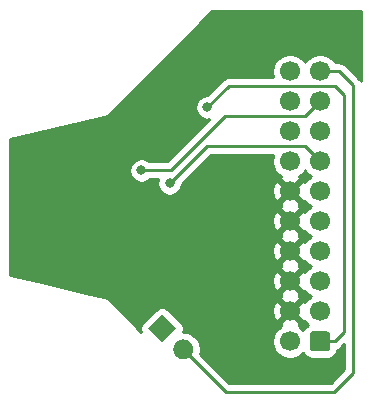
<source format=gbr>
%TF.GenerationSoftware,KiCad,Pcbnew,(5.1.10)-1*%
%TF.CreationDate,2021-06-11T22:20:09-04:00*%
%TF.ProjectId,Adapter,41646170-7465-4722-9e6b-696361645f70,rev?*%
%TF.SameCoordinates,Original*%
%TF.FileFunction,Copper,L2,Bot*%
%TF.FilePolarity,Positive*%
%FSLAX46Y46*%
G04 Gerber Fmt 4.6, Leading zero omitted, Abs format (unit mm)*
G04 Created by KiCad (PCBNEW (5.1.10)-1) date 2021-06-11 22:20:09*
%MOMM*%
%LPD*%
G01*
G04 APERTURE LIST*
%TA.AperFunction,ComponentPad*%
%ADD10C,1.700000*%
%TD*%
%TA.AperFunction,ComponentPad*%
%ADD11C,0.100000*%
%TD*%
%TA.AperFunction,ViaPad*%
%ADD12C,0.800000*%
%TD*%
%TA.AperFunction,Conductor*%
%ADD13C,0.250000*%
%TD*%
%TA.AperFunction,Conductor*%
%ADD14C,0.254000*%
%TD*%
%TA.AperFunction,Conductor*%
%ADD15C,0.100000*%
%TD*%
G04 APERTURE END LIST*
D10*
%TO.P,J2,20*%
%TO.N,N/C*%
X153430000Y-89610000D03*
%TO.P,J2,18*%
X153430000Y-92150000D03*
%TO.P,J2,16*%
X153430000Y-94690000D03*
%TO.P,J2,14*%
X153430000Y-97230000D03*
%TO.P,J2,12*%
%TO.N,GND*%
X153430000Y-99770000D03*
%TO.P,J2,10*%
X153430000Y-102310000D03*
%TO.P,J2,8*%
X153430000Y-104850000D03*
%TO.P,J2,6*%
X153430000Y-107390000D03*
%TO.P,J2,4*%
X153430000Y-109930000D03*
%TO.P,J2,2*%
%TO.N,N/C*%
X153430000Y-112470000D03*
%TO.P,J2,19*%
%TO.N,+5V*%
X155970000Y-89610000D03*
%TO.P,J2,17*%
%TO.N,TXO*%
X155970000Y-92150000D03*
%TO.P,J2,15*%
%TO.N,RESET*%
X155970000Y-94690000D03*
%TO.P,J2,13*%
%TO.N,SWO*%
X155970000Y-97230000D03*
%TO.P,J2,11*%
%TO.N,N/C*%
X155970000Y-99770000D03*
%TO.P,J2,9*%
%TO.N,SWDCLK*%
X155970000Y-102310000D03*
%TO.P,J2,7*%
%TO.N,SWDIO*%
X155970000Y-104850000D03*
%TO.P,J2,5*%
%TO.N,RXI*%
X155970000Y-107390000D03*
%TO.P,J2,3*%
%TO.N,N/C*%
X155970000Y-109930000D03*
%TO.P,J2,1*%
%TO.N,VDD*%
%TA.AperFunction,ComponentPad*%
G36*
G01*
X156820000Y-111870000D02*
X156820000Y-113070000D01*
G75*
G02*
X156570000Y-113320000I-250000J0D01*
G01*
X155370000Y-113320000D01*
G75*
G02*
X155120000Y-113070000I0J250000D01*
G01*
X155120000Y-111870000D01*
G75*
G02*
X155370000Y-111620000I250000J0D01*
G01*
X156570000Y-111620000D01*
G75*
G02*
X156820000Y-111870000I0J-250000D01*
G01*
G37*
%TD.AperFunction*%
%TD*%
%TO.P,JP1,2*%
%TO.N,+5V*%
%TA.AperFunction,ComponentPad*%
G36*
G01*
X143795010Y-113747092D02*
X143795010Y-113747092D01*
G75*
G02*
X143795010Y-112545010I601041J601041D01*
G01*
X143795010Y-112545010D01*
G75*
G02*
X144997092Y-112545010I601041J-601041D01*
G01*
X144997092Y-112545010D01*
G75*
G02*
X144997092Y-113747092I-601041J-601041D01*
G01*
X144997092Y-113747092D01*
G75*
G02*
X143795010Y-113747092I-601041J601041D01*
G01*
G37*
%TD.AperFunction*%
%TA.AperFunction,ComponentPad*%
D11*
%TO.P,JP1,1*%
%TO.N,+BATT*%
G36*
X142600000Y-112552082D02*
G01*
X141397918Y-111350000D01*
X142600000Y-110147918D01*
X143802082Y-111350000D01*
X142600000Y-112552082D01*
G37*
%TD.AperFunction*%
%TD*%
D12*
%TO.N,VDD*%
X146450000Y-92650000D03*
%TO.N,TXO*%
X140850000Y-98000000D03*
%TO.N,SWO*%
X143250000Y-99100000D03*
%TO.N,GND*%
X137950000Y-104600000D03*
X138750000Y-101900000D03*
%TD*%
D13*
%TO.N,VDD*%
X155970000Y-112470000D02*
X157230000Y-112470000D01*
X157230000Y-112470000D02*
X158000000Y-111700000D01*
X158000000Y-111700000D02*
X158000000Y-91600000D01*
X158000000Y-91600000D02*
X157250000Y-90850000D01*
X148250000Y-90850000D02*
X146450000Y-92650000D01*
X157250000Y-90850000D02*
X148250000Y-90850000D01*
%TO.N,TXO*%
X154720000Y-93400000D02*
X155970000Y-92150000D01*
X147950000Y-93400000D02*
X154720000Y-93400000D01*
X143350000Y-98000000D02*
X147950000Y-93400000D01*
X140850000Y-98000000D02*
X143350000Y-98000000D01*
%TO.N,SWO*%
X154690000Y-95950000D02*
X155970000Y-97230000D01*
X146400000Y-95950000D02*
X154690000Y-95950000D01*
X143250000Y-99100000D02*
X146400000Y-95950000D01*
%TO.N,+5V*%
X155970000Y-89610000D02*
X157610000Y-89610000D01*
X157610000Y-89610000D02*
X158800000Y-90800000D01*
X158800000Y-90800000D02*
X158800000Y-115150000D01*
X158800000Y-115150000D02*
X157200000Y-116750000D01*
X148000000Y-116750000D02*
X157200000Y-116750000D01*
X144396051Y-113146051D02*
X148000000Y-116750000D01*
%TD*%
D14*
%TO.N,GND*%
X159440001Y-90385127D02*
X159434974Y-90375723D01*
X159363799Y-90288997D01*
X159340001Y-90259999D01*
X159311004Y-90236202D01*
X158173804Y-89099003D01*
X158150001Y-89069999D01*
X158034276Y-88975026D01*
X157902247Y-88904454D01*
X157758986Y-88860997D01*
X157647333Y-88850000D01*
X157647322Y-88850000D01*
X157610000Y-88846324D01*
X157572678Y-88850000D01*
X157248178Y-88850000D01*
X157123475Y-88663368D01*
X156916632Y-88456525D01*
X156673411Y-88294010D01*
X156403158Y-88182068D01*
X156116260Y-88125000D01*
X155823740Y-88125000D01*
X155536842Y-88182068D01*
X155266589Y-88294010D01*
X155023368Y-88456525D01*
X154816525Y-88663368D01*
X154700000Y-88837760D01*
X154583475Y-88663368D01*
X154376632Y-88456525D01*
X154133411Y-88294010D01*
X153863158Y-88182068D01*
X153576260Y-88125000D01*
X153283740Y-88125000D01*
X152996842Y-88182068D01*
X152726589Y-88294010D01*
X152483368Y-88456525D01*
X152276525Y-88663368D01*
X152114010Y-88906589D01*
X152002068Y-89176842D01*
X151945000Y-89463740D01*
X151945000Y-89756260D01*
X152002068Y-90043158D01*
X152021471Y-90090000D01*
X148287322Y-90090000D01*
X148249999Y-90086324D01*
X148212676Y-90090000D01*
X148212667Y-90090000D01*
X148101014Y-90100997D01*
X147957753Y-90144454D01*
X147825724Y-90215026D01*
X147825722Y-90215027D01*
X147825723Y-90215027D01*
X147738996Y-90286201D01*
X147738992Y-90286205D01*
X147709999Y-90309999D01*
X147686205Y-90338992D01*
X146410198Y-91615000D01*
X146348061Y-91615000D01*
X146148102Y-91654774D01*
X145959744Y-91732795D01*
X145790226Y-91846063D01*
X145646063Y-91990226D01*
X145532795Y-92159744D01*
X145454774Y-92348102D01*
X145415000Y-92548061D01*
X145415000Y-92751939D01*
X145454774Y-92951898D01*
X145532795Y-93140256D01*
X145646063Y-93309774D01*
X145790226Y-93453937D01*
X145959744Y-93567205D01*
X146148102Y-93645226D01*
X146348061Y-93685000D01*
X146551939Y-93685000D01*
X146599697Y-93675500D01*
X143035199Y-97240000D01*
X141553711Y-97240000D01*
X141509774Y-97196063D01*
X141340256Y-97082795D01*
X141151898Y-97004774D01*
X140951939Y-96965000D01*
X140748061Y-96965000D01*
X140548102Y-97004774D01*
X140359744Y-97082795D01*
X140190226Y-97196063D01*
X140046063Y-97340226D01*
X139932795Y-97509744D01*
X139854774Y-97698102D01*
X139815000Y-97898061D01*
X139815000Y-98101939D01*
X139854774Y-98301898D01*
X139932795Y-98490256D01*
X140046063Y-98659774D01*
X140190226Y-98803937D01*
X140359744Y-98917205D01*
X140548102Y-98995226D01*
X140748061Y-99035000D01*
X140951939Y-99035000D01*
X141151898Y-98995226D01*
X141340256Y-98917205D01*
X141509774Y-98803937D01*
X141553711Y-98760000D01*
X142270556Y-98760000D01*
X142254774Y-98798102D01*
X142215000Y-98998061D01*
X142215000Y-99201939D01*
X142254774Y-99401898D01*
X142332795Y-99590256D01*
X142446063Y-99759774D01*
X142590226Y-99903937D01*
X142759744Y-100017205D01*
X142948102Y-100095226D01*
X143148061Y-100135000D01*
X143351939Y-100135000D01*
X143551898Y-100095226D01*
X143740256Y-100017205D01*
X143909774Y-99903937D01*
X143975180Y-99838531D01*
X151939389Y-99838531D01*
X151981401Y-100128019D01*
X152079081Y-100403747D01*
X152152528Y-100541157D01*
X152401603Y-100618792D01*
X153250395Y-99770000D01*
X152401603Y-98921208D01*
X152152528Y-98998843D01*
X152026629Y-99262883D01*
X151954661Y-99546411D01*
X151939389Y-99838531D01*
X143975180Y-99838531D01*
X144053937Y-99759774D01*
X144167205Y-99590256D01*
X144245226Y-99401898D01*
X144285000Y-99201939D01*
X144285000Y-99139801D01*
X146714802Y-96710000D01*
X152038039Y-96710000D01*
X152002068Y-96796842D01*
X151945000Y-97083740D01*
X151945000Y-97376260D01*
X152002068Y-97663158D01*
X152114010Y-97933411D01*
X152276525Y-98176632D01*
X152483368Y-98383475D01*
X152656729Y-98499311D01*
X152581208Y-98741603D01*
X153430000Y-99590395D01*
X154278792Y-98741603D01*
X154203271Y-98499311D01*
X154376632Y-98383475D01*
X154583475Y-98176632D01*
X154700000Y-98002240D01*
X154816525Y-98176632D01*
X155023368Y-98383475D01*
X155197760Y-98500000D01*
X155023368Y-98616525D01*
X154816525Y-98823368D01*
X154700689Y-98996729D01*
X154458397Y-98921208D01*
X153609605Y-99770000D01*
X154458397Y-100618792D01*
X154700689Y-100543271D01*
X154816525Y-100716632D01*
X155023368Y-100923475D01*
X155197760Y-101040000D01*
X155023368Y-101156525D01*
X154816525Y-101363368D01*
X154700689Y-101536729D01*
X154458397Y-101461208D01*
X153609605Y-102310000D01*
X154458397Y-103158792D01*
X154700689Y-103083271D01*
X154816525Y-103256632D01*
X155023368Y-103463475D01*
X155197760Y-103580000D01*
X155023368Y-103696525D01*
X154816525Y-103903368D01*
X154700689Y-104076729D01*
X154458397Y-104001208D01*
X153609605Y-104850000D01*
X154458397Y-105698792D01*
X154700689Y-105623271D01*
X154816525Y-105796632D01*
X155023368Y-106003475D01*
X155197760Y-106120000D01*
X155023368Y-106236525D01*
X154816525Y-106443368D01*
X154700689Y-106616729D01*
X154458397Y-106541208D01*
X153609605Y-107390000D01*
X154458397Y-108238792D01*
X154700689Y-108163271D01*
X154816525Y-108336632D01*
X155023368Y-108543475D01*
X155197760Y-108660000D01*
X155023368Y-108776525D01*
X154816525Y-108983368D01*
X154700689Y-109156729D01*
X154458397Y-109081208D01*
X153609605Y-109930000D01*
X154458397Y-110778792D01*
X154700689Y-110703271D01*
X154816525Y-110876632D01*
X155003608Y-111063715D01*
X154876614Y-111131595D01*
X154742038Y-111242038D01*
X154631595Y-111376614D01*
X154563715Y-111503608D01*
X154376632Y-111316525D01*
X154203271Y-111200689D01*
X154278792Y-110958397D01*
X153430000Y-110109605D01*
X152581208Y-110958397D01*
X152656729Y-111200689D01*
X152483368Y-111316525D01*
X152276525Y-111523368D01*
X152114010Y-111766589D01*
X152002068Y-112036842D01*
X151945000Y-112323740D01*
X151945000Y-112616260D01*
X152002068Y-112903158D01*
X152114010Y-113173411D01*
X152276525Y-113416632D01*
X152483368Y-113623475D01*
X152726589Y-113785990D01*
X152996842Y-113897932D01*
X153283740Y-113955000D01*
X153576260Y-113955000D01*
X153863158Y-113897932D01*
X154133411Y-113785990D01*
X154376632Y-113623475D01*
X154563715Y-113436392D01*
X154631595Y-113563386D01*
X154742038Y-113697962D01*
X154876614Y-113808405D01*
X155030150Y-113890472D01*
X155196746Y-113941008D01*
X155370000Y-113958072D01*
X156570000Y-113958072D01*
X156743254Y-113941008D01*
X156909850Y-113890472D01*
X157063386Y-113808405D01*
X157197962Y-113697962D01*
X157308405Y-113563386D01*
X157390472Y-113409850D01*
X157441008Y-113243254D01*
X157445380Y-113198863D01*
X157522247Y-113175546D01*
X157654276Y-113104974D01*
X157770001Y-113010001D01*
X157793803Y-112980998D01*
X158040001Y-112734801D01*
X158040001Y-114835197D01*
X156885199Y-115990000D01*
X148314802Y-115990000D01*
X145837260Y-113512459D01*
X145881051Y-113292311D01*
X145881051Y-112999791D01*
X145823983Y-112712893D01*
X145712041Y-112442640D01*
X145549526Y-112199419D01*
X145342683Y-111992576D01*
X145099462Y-111830061D01*
X144829209Y-111718119D01*
X144542311Y-111661051D01*
X144355840Y-111661051D01*
X144391584Y-111594180D01*
X144427894Y-111474482D01*
X144440154Y-111350000D01*
X144427894Y-111225518D01*
X144391584Y-111105820D01*
X144332619Y-110995506D01*
X144253267Y-110898815D01*
X143352983Y-109998531D01*
X151939389Y-109998531D01*
X151981401Y-110288019D01*
X152079081Y-110563747D01*
X152152528Y-110701157D01*
X152401603Y-110778792D01*
X153250395Y-109930000D01*
X152401603Y-109081208D01*
X152152528Y-109158843D01*
X152026629Y-109422883D01*
X151954661Y-109706411D01*
X151939389Y-109998531D01*
X143352983Y-109998531D01*
X143051185Y-109696733D01*
X142954494Y-109617381D01*
X142844180Y-109558416D01*
X142724482Y-109522106D01*
X142600000Y-109509846D01*
X142475518Y-109522106D01*
X142355820Y-109558416D01*
X142245506Y-109617381D01*
X142148815Y-109696733D01*
X140946733Y-110898815D01*
X140867381Y-110995506D01*
X140808416Y-111105820D01*
X140772106Y-111225518D01*
X140759846Y-111350000D01*
X140772106Y-111474482D01*
X140808416Y-111594180D01*
X140843848Y-111660468D01*
X138097749Y-108914369D01*
X138084953Y-108897623D01*
X138051885Y-108868505D01*
X138043766Y-108860386D01*
X138027565Y-108847090D01*
X137987381Y-108811706D01*
X137977385Y-108805908D01*
X137968450Y-108798575D01*
X137921247Y-108773345D01*
X137874922Y-108746474D01*
X137863978Y-108742734D01*
X137853792Y-108737290D01*
X137802603Y-108721762D01*
X137782723Y-108714969D01*
X137771516Y-108712332D01*
X137729382Y-108699551D01*
X137708423Y-108697487D01*
X136522290Y-108418397D01*
X152581208Y-108418397D01*
X152656514Y-108660000D01*
X152581208Y-108901603D01*
X153430000Y-109750395D01*
X154278792Y-108901603D01*
X154203486Y-108660000D01*
X154278792Y-108418397D01*
X153430000Y-107569605D01*
X152581208Y-108418397D01*
X136522290Y-108418397D01*
X132442857Y-107458531D01*
X151939389Y-107458531D01*
X151981401Y-107748019D01*
X152079081Y-108023747D01*
X152152528Y-108161157D01*
X152401603Y-108238792D01*
X153250395Y-107390000D01*
X152401603Y-106541208D01*
X152152528Y-106618843D01*
X152026629Y-106882883D01*
X151954661Y-107166411D01*
X151939389Y-107458531D01*
X132442857Y-107458531D01*
X129760000Y-106827271D01*
X129760000Y-105878397D01*
X152581208Y-105878397D01*
X152656514Y-106120000D01*
X152581208Y-106361603D01*
X153430000Y-107210395D01*
X154278792Y-106361603D01*
X154203486Y-106120000D01*
X154278792Y-105878397D01*
X153430000Y-105029605D01*
X152581208Y-105878397D01*
X129760000Y-105878397D01*
X129760000Y-104918531D01*
X151939389Y-104918531D01*
X151981401Y-105208019D01*
X152079081Y-105483747D01*
X152152528Y-105621157D01*
X152401603Y-105698792D01*
X153250395Y-104850000D01*
X152401603Y-104001208D01*
X152152528Y-104078843D01*
X152026629Y-104342883D01*
X151954661Y-104626411D01*
X151939389Y-104918531D01*
X129760000Y-104918531D01*
X129760000Y-103338397D01*
X152581208Y-103338397D01*
X152656514Y-103580000D01*
X152581208Y-103821603D01*
X153430000Y-104670395D01*
X154278792Y-103821603D01*
X154203486Y-103580000D01*
X154278792Y-103338397D01*
X153430000Y-102489605D01*
X152581208Y-103338397D01*
X129760000Y-103338397D01*
X129760000Y-102378531D01*
X151939389Y-102378531D01*
X151981401Y-102668019D01*
X152079081Y-102943747D01*
X152152528Y-103081157D01*
X152401603Y-103158792D01*
X153250395Y-102310000D01*
X152401603Y-101461208D01*
X152152528Y-101538843D01*
X152026629Y-101802883D01*
X151954661Y-102086411D01*
X151939389Y-102378531D01*
X129760000Y-102378531D01*
X129760000Y-100798397D01*
X152581208Y-100798397D01*
X152656514Y-101040000D01*
X152581208Y-101281603D01*
X153430000Y-102130395D01*
X154278792Y-101281603D01*
X154203486Y-101040000D01*
X154278792Y-100798397D01*
X153430000Y-99949605D01*
X152581208Y-100798397D01*
X129760000Y-100798397D01*
X129760000Y-95372729D01*
X137708423Y-93502513D01*
X137729382Y-93500449D01*
X137771516Y-93487668D01*
X137782723Y-93485031D01*
X137802603Y-93478238D01*
X137853792Y-93462710D01*
X137863978Y-93457266D01*
X137874922Y-93453526D01*
X137921247Y-93426655D01*
X137968450Y-93401425D01*
X137977385Y-93394092D01*
X137987381Y-93388294D01*
X138027565Y-93352910D01*
X138043766Y-93339614D01*
X138051885Y-93331495D01*
X138084953Y-93302377D01*
X138097749Y-93285631D01*
X146873381Y-84510000D01*
X159440001Y-84510000D01*
X159440001Y-90385127D01*
%TA.AperFunction,Conductor*%
D15*
G36*
X159440001Y-90385127D02*
G01*
X159434974Y-90375723D01*
X159363799Y-90288997D01*
X159340001Y-90259999D01*
X159311004Y-90236202D01*
X158173804Y-89099003D01*
X158150001Y-89069999D01*
X158034276Y-88975026D01*
X157902247Y-88904454D01*
X157758986Y-88860997D01*
X157647333Y-88850000D01*
X157647322Y-88850000D01*
X157610000Y-88846324D01*
X157572678Y-88850000D01*
X157248178Y-88850000D01*
X157123475Y-88663368D01*
X156916632Y-88456525D01*
X156673411Y-88294010D01*
X156403158Y-88182068D01*
X156116260Y-88125000D01*
X155823740Y-88125000D01*
X155536842Y-88182068D01*
X155266589Y-88294010D01*
X155023368Y-88456525D01*
X154816525Y-88663368D01*
X154700000Y-88837760D01*
X154583475Y-88663368D01*
X154376632Y-88456525D01*
X154133411Y-88294010D01*
X153863158Y-88182068D01*
X153576260Y-88125000D01*
X153283740Y-88125000D01*
X152996842Y-88182068D01*
X152726589Y-88294010D01*
X152483368Y-88456525D01*
X152276525Y-88663368D01*
X152114010Y-88906589D01*
X152002068Y-89176842D01*
X151945000Y-89463740D01*
X151945000Y-89756260D01*
X152002068Y-90043158D01*
X152021471Y-90090000D01*
X148287322Y-90090000D01*
X148249999Y-90086324D01*
X148212676Y-90090000D01*
X148212667Y-90090000D01*
X148101014Y-90100997D01*
X147957753Y-90144454D01*
X147825724Y-90215026D01*
X147825722Y-90215027D01*
X147825723Y-90215027D01*
X147738996Y-90286201D01*
X147738992Y-90286205D01*
X147709999Y-90309999D01*
X147686205Y-90338992D01*
X146410198Y-91615000D01*
X146348061Y-91615000D01*
X146148102Y-91654774D01*
X145959744Y-91732795D01*
X145790226Y-91846063D01*
X145646063Y-91990226D01*
X145532795Y-92159744D01*
X145454774Y-92348102D01*
X145415000Y-92548061D01*
X145415000Y-92751939D01*
X145454774Y-92951898D01*
X145532795Y-93140256D01*
X145646063Y-93309774D01*
X145790226Y-93453937D01*
X145959744Y-93567205D01*
X146148102Y-93645226D01*
X146348061Y-93685000D01*
X146551939Y-93685000D01*
X146599697Y-93675500D01*
X143035199Y-97240000D01*
X141553711Y-97240000D01*
X141509774Y-97196063D01*
X141340256Y-97082795D01*
X141151898Y-97004774D01*
X140951939Y-96965000D01*
X140748061Y-96965000D01*
X140548102Y-97004774D01*
X140359744Y-97082795D01*
X140190226Y-97196063D01*
X140046063Y-97340226D01*
X139932795Y-97509744D01*
X139854774Y-97698102D01*
X139815000Y-97898061D01*
X139815000Y-98101939D01*
X139854774Y-98301898D01*
X139932795Y-98490256D01*
X140046063Y-98659774D01*
X140190226Y-98803937D01*
X140359744Y-98917205D01*
X140548102Y-98995226D01*
X140748061Y-99035000D01*
X140951939Y-99035000D01*
X141151898Y-98995226D01*
X141340256Y-98917205D01*
X141509774Y-98803937D01*
X141553711Y-98760000D01*
X142270556Y-98760000D01*
X142254774Y-98798102D01*
X142215000Y-98998061D01*
X142215000Y-99201939D01*
X142254774Y-99401898D01*
X142332795Y-99590256D01*
X142446063Y-99759774D01*
X142590226Y-99903937D01*
X142759744Y-100017205D01*
X142948102Y-100095226D01*
X143148061Y-100135000D01*
X143351939Y-100135000D01*
X143551898Y-100095226D01*
X143740256Y-100017205D01*
X143909774Y-99903937D01*
X143975180Y-99838531D01*
X151939389Y-99838531D01*
X151981401Y-100128019D01*
X152079081Y-100403747D01*
X152152528Y-100541157D01*
X152401603Y-100618792D01*
X153250395Y-99770000D01*
X152401603Y-98921208D01*
X152152528Y-98998843D01*
X152026629Y-99262883D01*
X151954661Y-99546411D01*
X151939389Y-99838531D01*
X143975180Y-99838531D01*
X144053937Y-99759774D01*
X144167205Y-99590256D01*
X144245226Y-99401898D01*
X144285000Y-99201939D01*
X144285000Y-99139801D01*
X146714802Y-96710000D01*
X152038039Y-96710000D01*
X152002068Y-96796842D01*
X151945000Y-97083740D01*
X151945000Y-97376260D01*
X152002068Y-97663158D01*
X152114010Y-97933411D01*
X152276525Y-98176632D01*
X152483368Y-98383475D01*
X152656729Y-98499311D01*
X152581208Y-98741603D01*
X153430000Y-99590395D01*
X154278792Y-98741603D01*
X154203271Y-98499311D01*
X154376632Y-98383475D01*
X154583475Y-98176632D01*
X154700000Y-98002240D01*
X154816525Y-98176632D01*
X155023368Y-98383475D01*
X155197760Y-98500000D01*
X155023368Y-98616525D01*
X154816525Y-98823368D01*
X154700689Y-98996729D01*
X154458397Y-98921208D01*
X153609605Y-99770000D01*
X154458397Y-100618792D01*
X154700689Y-100543271D01*
X154816525Y-100716632D01*
X155023368Y-100923475D01*
X155197760Y-101040000D01*
X155023368Y-101156525D01*
X154816525Y-101363368D01*
X154700689Y-101536729D01*
X154458397Y-101461208D01*
X153609605Y-102310000D01*
X154458397Y-103158792D01*
X154700689Y-103083271D01*
X154816525Y-103256632D01*
X155023368Y-103463475D01*
X155197760Y-103580000D01*
X155023368Y-103696525D01*
X154816525Y-103903368D01*
X154700689Y-104076729D01*
X154458397Y-104001208D01*
X153609605Y-104850000D01*
X154458397Y-105698792D01*
X154700689Y-105623271D01*
X154816525Y-105796632D01*
X155023368Y-106003475D01*
X155197760Y-106120000D01*
X155023368Y-106236525D01*
X154816525Y-106443368D01*
X154700689Y-106616729D01*
X154458397Y-106541208D01*
X153609605Y-107390000D01*
X154458397Y-108238792D01*
X154700689Y-108163271D01*
X154816525Y-108336632D01*
X155023368Y-108543475D01*
X155197760Y-108660000D01*
X155023368Y-108776525D01*
X154816525Y-108983368D01*
X154700689Y-109156729D01*
X154458397Y-109081208D01*
X153609605Y-109930000D01*
X154458397Y-110778792D01*
X154700689Y-110703271D01*
X154816525Y-110876632D01*
X155003608Y-111063715D01*
X154876614Y-111131595D01*
X154742038Y-111242038D01*
X154631595Y-111376614D01*
X154563715Y-111503608D01*
X154376632Y-111316525D01*
X154203271Y-111200689D01*
X154278792Y-110958397D01*
X153430000Y-110109605D01*
X152581208Y-110958397D01*
X152656729Y-111200689D01*
X152483368Y-111316525D01*
X152276525Y-111523368D01*
X152114010Y-111766589D01*
X152002068Y-112036842D01*
X151945000Y-112323740D01*
X151945000Y-112616260D01*
X152002068Y-112903158D01*
X152114010Y-113173411D01*
X152276525Y-113416632D01*
X152483368Y-113623475D01*
X152726589Y-113785990D01*
X152996842Y-113897932D01*
X153283740Y-113955000D01*
X153576260Y-113955000D01*
X153863158Y-113897932D01*
X154133411Y-113785990D01*
X154376632Y-113623475D01*
X154563715Y-113436392D01*
X154631595Y-113563386D01*
X154742038Y-113697962D01*
X154876614Y-113808405D01*
X155030150Y-113890472D01*
X155196746Y-113941008D01*
X155370000Y-113958072D01*
X156570000Y-113958072D01*
X156743254Y-113941008D01*
X156909850Y-113890472D01*
X157063386Y-113808405D01*
X157197962Y-113697962D01*
X157308405Y-113563386D01*
X157390472Y-113409850D01*
X157441008Y-113243254D01*
X157445380Y-113198863D01*
X157522247Y-113175546D01*
X157654276Y-113104974D01*
X157770001Y-113010001D01*
X157793803Y-112980998D01*
X158040001Y-112734801D01*
X158040001Y-114835197D01*
X156885199Y-115990000D01*
X148314802Y-115990000D01*
X145837260Y-113512459D01*
X145881051Y-113292311D01*
X145881051Y-112999791D01*
X145823983Y-112712893D01*
X145712041Y-112442640D01*
X145549526Y-112199419D01*
X145342683Y-111992576D01*
X145099462Y-111830061D01*
X144829209Y-111718119D01*
X144542311Y-111661051D01*
X144355840Y-111661051D01*
X144391584Y-111594180D01*
X144427894Y-111474482D01*
X144440154Y-111350000D01*
X144427894Y-111225518D01*
X144391584Y-111105820D01*
X144332619Y-110995506D01*
X144253267Y-110898815D01*
X143352983Y-109998531D01*
X151939389Y-109998531D01*
X151981401Y-110288019D01*
X152079081Y-110563747D01*
X152152528Y-110701157D01*
X152401603Y-110778792D01*
X153250395Y-109930000D01*
X152401603Y-109081208D01*
X152152528Y-109158843D01*
X152026629Y-109422883D01*
X151954661Y-109706411D01*
X151939389Y-109998531D01*
X143352983Y-109998531D01*
X143051185Y-109696733D01*
X142954494Y-109617381D01*
X142844180Y-109558416D01*
X142724482Y-109522106D01*
X142600000Y-109509846D01*
X142475518Y-109522106D01*
X142355820Y-109558416D01*
X142245506Y-109617381D01*
X142148815Y-109696733D01*
X140946733Y-110898815D01*
X140867381Y-110995506D01*
X140808416Y-111105820D01*
X140772106Y-111225518D01*
X140759846Y-111350000D01*
X140772106Y-111474482D01*
X140808416Y-111594180D01*
X140843848Y-111660468D01*
X138097749Y-108914369D01*
X138084953Y-108897623D01*
X138051885Y-108868505D01*
X138043766Y-108860386D01*
X138027565Y-108847090D01*
X137987381Y-108811706D01*
X137977385Y-108805908D01*
X137968450Y-108798575D01*
X137921247Y-108773345D01*
X137874922Y-108746474D01*
X137863978Y-108742734D01*
X137853792Y-108737290D01*
X137802603Y-108721762D01*
X137782723Y-108714969D01*
X137771516Y-108712332D01*
X137729382Y-108699551D01*
X137708423Y-108697487D01*
X136522290Y-108418397D01*
X152581208Y-108418397D01*
X152656514Y-108660000D01*
X152581208Y-108901603D01*
X153430000Y-109750395D01*
X154278792Y-108901603D01*
X154203486Y-108660000D01*
X154278792Y-108418397D01*
X153430000Y-107569605D01*
X152581208Y-108418397D01*
X136522290Y-108418397D01*
X132442857Y-107458531D01*
X151939389Y-107458531D01*
X151981401Y-107748019D01*
X152079081Y-108023747D01*
X152152528Y-108161157D01*
X152401603Y-108238792D01*
X153250395Y-107390000D01*
X152401603Y-106541208D01*
X152152528Y-106618843D01*
X152026629Y-106882883D01*
X151954661Y-107166411D01*
X151939389Y-107458531D01*
X132442857Y-107458531D01*
X129760000Y-106827271D01*
X129760000Y-105878397D01*
X152581208Y-105878397D01*
X152656514Y-106120000D01*
X152581208Y-106361603D01*
X153430000Y-107210395D01*
X154278792Y-106361603D01*
X154203486Y-106120000D01*
X154278792Y-105878397D01*
X153430000Y-105029605D01*
X152581208Y-105878397D01*
X129760000Y-105878397D01*
X129760000Y-104918531D01*
X151939389Y-104918531D01*
X151981401Y-105208019D01*
X152079081Y-105483747D01*
X152152528Y-105621157D01*
X152401603Y-105698792D01*
X153250395Y-104850000D01*
X152401603Y-104001208D01*
X152152528Y-104078843D01*
X152026629Y-104342883D01*
X151954661Y-104626411D01*
X151939389Y-104918531D01*
X129760000Y-104918531D01*
X129760000Y-103338397D01*
X152581208Y-103338397D01*
X152656514Y-103580000D01*
X152581208Y-103821603D01*
X153430000Y-104670395D01*
X154278792Y-103821603D01*
X154203486Y-103580000D01*
X154278792Y-103338397D01*
X153430000Y-102489605D01*
X152581208Y-103338397D01*
X129760000Y-103338397D01*
X129760000Y-102378531D01*
X151939389Y-102378531D01*
X151981401Y-102668019D01*
X152079081Y-102943747D01*
X152152528Y-103081157D01*
X152401603Y-103158792D01*
X153250395Y-102310000D01*
X152401603Y-101461208D01*
X152152528Y-101538843D01*
X152026629Y-101802883D01*
X151954661Y-102086411D01*
X151939389Y-102378531D01*
X129760000Y-102378531D01*
X129760000Y-100798397D01*
X152581208Y-100798397D01*
X152656514Y-101040000D01*
X152581208Y-101281603D01*
X153430000Y-102130395D01*
X154278792Y-101281603D01*
X154203486Y-101040000D01*
X154278792Y-100798397D01*
X153430000Y-99949605D01*
X152581208Y-100798397D01*
X129760000Y-100798397D01*
X129760000Y-95372729D01*
X137708423Y-93502513D01*
X137729382Y-93500449D01*
X137771516Y-93487668D01*
X137782723Y-93485031D01*
X137802603Y-93478238D01*
X137853792Y-93462710D01*
X137863978Y-93457266D01*
X137874922Y-93453526D01*
X137921247Y-93426655D01*
X137968450Y-93401425D01*
X137977385Y-93394092D01*
X137987381Y-93388294D01*
X138027565Y-93352910D01*
X138043766Y-93339614D01*
X138051885Y-93331495D01*
X138084953Y-93302377D01*
X138097749Y-93285631D01*
X146873381Y-84510000D01*
X159440001Y-84510000D01*
X159440001Y-90385127D01*
G37*
%TD.AperFunction*%
%TD*%
M02*

</source>
